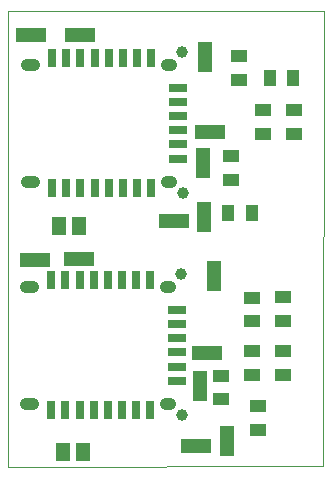
<source format=gbp>
G75*
%MOIN*%
%OFA0B0*%
%FSLAX25Y25*%
%IPPOS*%
%LPD*%
%AMOC8*
5,1,8,0,0,1.08239X$1,22.5*
%
%ADD10C,0.00000*%
%ADD11R,0.03150X0.05906*%
%ADD12R,0.05906X0.03150*%
%ADD13C,0.03937*%
%ADD14C,0.03937*%
%ADD15R,0.05512X0.04331*%
%ADD16R,0.05118X0.05906*%
%ADD17R,0.05000X0.10000*%
%ADD18R,0.10000X0.05000*%
%ADD19R,0.04331X0.05512*%
D10*
X0020728Y0001000D02*
X0020675Y0152867D01*
X0125931Y0152769D01*
X0125743Y0001103D01*
X0020728Y0001000D01*
D11*
X0035108Y0019760D03*
X0039833Y0019760D03*
X0044557Y0019760D03*
X0049281Y0019760D03*
X0054006Y0019760D03*
X0058730Y0019760D03*
X0063455Y0019760D03*
X0068179Y0019760D03*
X0068179Y0063068D03*
X0063455Y0063068D03*
X0058730Y0063068D03*
X0054006Y0063068D03*
X0049281Y0063068D03*
X0044557Y0063068D03*
X0039833Y0063068D03*
X0035108Y0063068D03*
X0035380Y0093817D03*
X0040105Y0093817D03*
X0044829Y0093817D03*
X0049554Y0093817D03*
X0054278Y0093817D03*
X0059002Y0093817D03*
X0063727Y0093817D03*
X0068451Y0093817D03*
X0068451Y0137125D03*
X0063727Y0137125D03*
X0059002Y0137125D03*
X0054278Y0137125D03*
X0049554Y0137125D03*
X0044829Y0137125D03*
X0040105Y0137125D03*
X0035380Y0137125D03*
D12*
X0077309Y0127282D03*
X0077309Y0122558D03*
X0077309Y0117833D03*
X0077309Y0113109D03*
X0077309Y0108384D03*
X0077309Y0103660D03*
X0077037Y0053225D03*
X0077037Y0048501D03*
X0077037Y0043776D03*
X0077037Y0039052D03*
X0077037Y0034327D03*
X0077037Y0029603D03*
D13*
X0074873Y0021926D02*
X0073297Y0021926D01*
X0074873Y0021926D02*
X0074873Y0021926D01*
X0073297Y0021926D01*
X0073297Y0021926D01*
X0073297Y0060902D02*
X0074873Y0060902D01*
X0074873Y0060902D01*
X0073297Y0060902D01*
X0073297Y0060902D01*
X0073569Y0095983D02*
X0075145Y0095983D01*
X0075145Y0095983D01*
X0073569Y0095983D01*
X0073569Y0095983D01*
X0073569Y0134959D02*
X0075145Y0134959D01*
X0075145Y0134959D01*
X0073569Y0134959D01*
X0073569Y0134959D01*
X0029475Y0134959D02*
X0027113Y0134959D01*
X0029475Y0134959D02*
X0029475Y0134959D01*
X0027113Y0134959D01*
X0027113Y0134959D01*
X0027113Y0095983D02*
X0029475Y0095983D01*
X0029475Y0095983D01*
X0027113Y0095983D01*
X0027113Y0095983D01*
X0026841Y0060902D02*
X0029203Y0060902D01*
X0029203Y0060902D01*
X0026841Y0060902D01*
X0026841Y0060902D01*
X0026841Y0021926D02*
X0029203Y0021926D01*
X0029203Y0021926D01*
X0026841Y0021926D01*
X0026841Y0021926D01*
D14*
X0078612Y0018186D03*
X0078415Y0065036D03*
X0078884Y0092243D03*
X0078687Y0139093D03*
D15*
X0097694Y0137825D03*
X0097694Y0129951D03*
X0105593Y0119772D03*
X0105593Y0111898D03*
X0116002Y0111978D03*
X0116002Y0119852D03*
X0094950Y0104460D03*
X0094950Y0096586D03*
X0102120Y0057346D03*
X0102120Y0049472D03*
X0102046Y0039490D03*
X0102046Y0031616D03*
X0104015Y0021171D03*
X0104015Y0013297D03*
X0091711Y0023481D03*
X0091711Y0031355D03*
X0112437Y0031661D03*
X0112437Y0039535D03*
X0112454Y0049645D03*
X0112454Y0057519D03*
D16*
X0044522Y0081188D03*
X0037829Y0081188D03*
X0038891Y0006021D03*
X0045584Y0006021D03*
D17*
X0084622Y0027976D03*
X0093811Y0009652D03*
X0089504Y0064435D03*
X0085902Y0084215D03*
X0085673Y0102043D03*
X0086251Y0137567D03*
D18*
X0088198Y0112520D03*
X0075956Y0082750D03*
X0044416Y0070146D03*
X0029593Y0070010D03*
X0083291Y0008007D03*
X0086906Y0038743D03*
X0044811Y0144960D03*
X0028398Y0145010D03*
D19*
X0094137Y0085584D03*
X0102011Y0085584D03*
X0107998Y0130513D03*
X0115872Y0130513D03*
M02*

</source>
